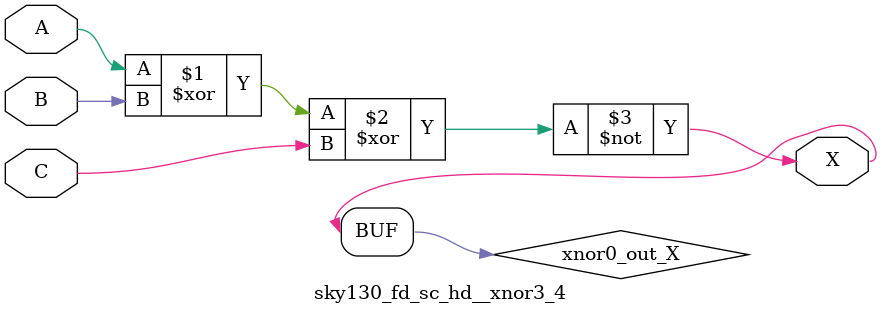
<source format=v>
/*
 * Copyright 2020 The SkyWater PDK Authors
 *
 * Licensed under the Apache License, Version 2.0 (the "License");
 * you may not use this file except in compliance with the License.
 * You may obtain a copy of the License at
 *
 *     https://www.apache.org/licenses/LICENSE-2.0
 *
 * Unless required by applicable law or agreed to in writing, software
 * distributed under the License is distributed on an "AS IS" BASIS,
 * WITHOUT WARRANTIES OR CONDITIONS OF ANY KIND, either express or implied.
 * See the License for the specific language governing permissions and
 * limitations under the License.
 *
 * SPDX-License-Identifier: Apache-2.0
*/


`ifndef SKY130_FD_SC_HD__XNOR3_4_FUNCTIONAL_V
`define SKY130_FD_SC_HD__XNOR3_4_FUNCTIONAL_V

/**
 * xnor3: 3-input exclusive NOR.
 *
 * Verilog simulation functional model.
 */

`timescale 1ns / 1ps
`default_nettype none

`celldefine
module sky130_fd_sc_hd__xnor3_4 (
    X,
    A,
    B,
    C
);

    // Module ports
    output X;
    input  A;
    input  B;
    input  C;

    // Local signals
    wire xnor0_out_X;

    //   Name   Output       Other arguments
    xnor xnor0 (xnor0_out_X, A, B, C        );
    buf  buf0  (X          , xnor0_out_X    );

endmodule
`endcelldefine

`default_nettype wire
`endif  // SKY130_FD_SC_HD__XNOR3_4_FUNCTIONAL_V

</source>
